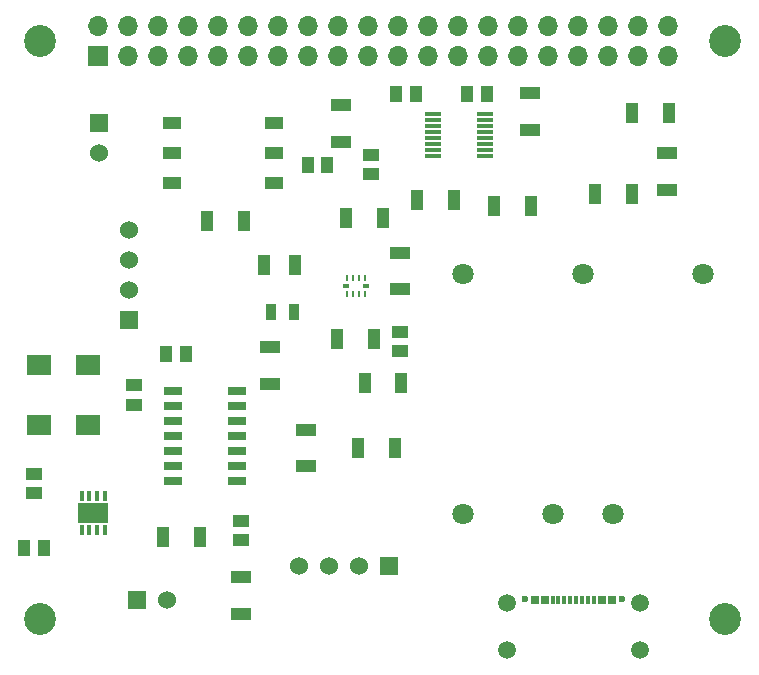
<source format=gts>
G04 #@! TF.GenerationSoftware,KiCad,Pcbnew,8.0.2*
G04 #@! TF.CreationDate,2024-09-03T17:08:03+02:00*
G04 #@! TF.ProjectId,AMS Dongle,414d5320-446f-46e6-976c-652e6b696361,rev?*
G04 #@! TF.SameCoordinates,Original*
G04 #@! TF.FileFunction,Soldermask,Top*
G04 #@! TF.FilePolarity,Negative*
%FSLAX46Y46*%
G04 Gerber Fmt 4.6, Leading zero omitted, Abs format (unit mm)*
G04 Created by KiCad (PCBNEW 8.0.2) date 2024-09-03 17:08:03*
%MOMM*%
%LPD*%
G01*
G04 APERTURE LIST*
%ADD10R,0.950000X1.450000*%
%ADD11R,1.470000X1.070000*%
%ADD12C,2.700000*%
%ADD13R,0.650000X0.800000*%
%ADD14R,0.300000X0.800000*%
%ADD15C,0.600000*%
%ADD16C,1.500000*%
%ADD17R,1.050000X1.800000*%
%ADD18R,1.800000X1.050000*%
%ADD19R,1.530000X1.530000*%
%ADD20C,1.530000*%
%ADD21R,1.070000X1.470000*%
%ADD22R,1.425000X0.300000*%
%ADD23R,2.000000X1.800000*%
%ADD24R,1.525000X0.650000*%
%ADD25C,1.800000*%
%ADD26R,0.250000X0.620000*%
%ADD27R,0.620000X0.300000*%
%ADD28R,1.550000X1.050000*%
%ADD29R,0.350000X0.850000*%
%ADD30R,2.500000X1.700000*%
%ADD31R,1.700000X1.700000*%
%ADD32O,1.700000X1.700000*%
G04 APERTURE END LIST*
D10*
X124975000Y-70500000D03*
X123025000Y-70500000D03*
D11*
X120500000Y-89820000D03*
X120500000Y-88180000D03*
X131500000Y-58820000D03*
X131500000Y-57180000D03*
D12*
X161500000Y-47500000D03*
D13*
X145370000Y-94850000D03*
X146220000Y-94850000D03*
D14*
X147400000Y-94850000D03*
X148400000Y-94850000D03*
X148900000Y-94850000D03*
X149900000Y-94850000D03*
D13*
X151080000Y-94850000D03*
X151930000Y-94850000D03*
D14*
X150400000Y-94850000D03*
X149400000Y-94850000D03*
X147900000Y-94850000D03*
X146900000Y-94850000D03*
D15*
X144530000Y-94800000D03*
X152770000Y-94800000D03*
D16*
X143000000Y-95100000D03*
X154300000Y-95100000D03*
X143000000Y-99100000D03*
X154300000Y-99100000D03*
D17*
X153600000Y-60500000D03*
X150500000Y-60500000D03*
D18*
X129000000Y-56050000D03*
X129000000Y-52950000D03*
X123000000Y-76550000D03*
X123000000Y-73450000D03*
D17*
X117650000Y-62800000D03*
X120750000Y-62800000D03*
X129450000Y-62500000D03*
X132550000Y-62500000D03*
D19*
X111730000Y-94856500D03*
D20*
X114270000Y-94856500D03*
D18*
X120500000Y-92950000D03*
X120500000Y-96050000D03*
D21*
X103820000Y-90500000D03*
X102180000Y-90500000D03*
X139680000Y-52000000D03*
X141320000Y-52000000D03*
D19*
X111000000Y-71120000D03*
D20*
X111000000Y-68580000D03*
X111000000Y-66040000D03*
X111000000Y-63500000D03*
D17*
X130450000Y-82000000D03*
X133550000Y-82000000D03*
D22*
X141212000Y-57250000D03*
X141212000Y-56750000D03*
X141212000Y-56250000D03*
X141212000Y-55750000D03*
X141212000Y-55250000D03*
X141212000Y-54750000D03*
X141212000Y-54250000D03*
X141212000Y-53750000D03*
X136788000Y-53750000D03*
X136788000Y-54250000D03*
X136788000Y-54750000D03*
X136788000Y-55250000D03*
X136788000Y-55750000D03*
X136788000Y-56250000D03*
X136788000Y-56750000D03*
X136788000Y-57250000D03*
D21*
X126180000Y-58000000D03*
X127820000Y-58000000D03*
D11*
X111500000Y-78320000D03*
X111500000Y-76680000D03*
D23*
X103400000Y-74960000D03*
X103400000Y-80040000D03*
X107600000Y-80040000D03*
X107600000Y-74960000D03*
D17*
X156750000Y-53600000D03*
X153650000Y-53600000D03*
D12*
X103500000Y-96500000D03*
D24*
X114788000Y-77190000D03*
X114788000Y-78460000D03*
X114788000Y-79730000D03*
X114788000Y-81000000D03*
X114788000Y-82270000D03*
X114788000Y-83540000D03*
X114788000Y-84810000D03*
X120212000Y-84810000D03*
X120212000Y-83540000D03*
X120212000Y-82270000D03*
X120212000Y-81000000D03*
X120212000Y-79730000D03*
X120212000Y-78460000D03*
X120212000Y-77190000D03*
D17*
X141950000Y-61500000D03*
X145050000Y-61500000D03*
D12*
X103500000Y-47500000D03*
D18*
X134000000Y-68550000D03*
X134000000Y-65450000D03*
D21*
X133680000Y-52000000D03*
X135320000Y-52000000D03*
D19*
X133040000Y-92000000D03*
D20*
X130500000Y-92000000D03*
X127960000Y-92000000D03*
X125420000Y-92000000D03*
D17*
X131750000Y-72800000D03*
X128650000Y-72800000D03*
D18*
X126000000Y-80450000D03*
X126000000Y-83550000D03*
D25*
X152000000Y-87560000D03*
X146920000Y-87560000D03*
X159620000Y-67240000D03*
X149460000Y-67240000D03*
X139300000Y-67240000D03*
X139300000Y-87560000D03*
D19*
X108500000Y-54500000D03*
D20*
X108500000Y-57040000D03*
D17*
X135450000Y-61000000D03*
X138550000Y-61000000D03*
D26*
X131000000Y-67600000D03*
X130500000Y-67600000D03*
X130000000Y-67600000D03*
X129500000Y-67600000D03*
D27*
X129385000Y-68290000D03*
D26*
X129500000Y-68980000D03*
X130000000Y-68980000D03*
X130500000Y-68980000D03*
X131000000Y-68980000D03*
D27*
X131115000Y-68290000D03*
D12*
X161500000Y-96500000D03*
D21*
X114180000Y-74000000D03*
X115820000Y-74000000D03*
D18*
X156600000Y-57050000D03*
X156600000Y-60150000D03*
D17*
X117050000Y-89500000D03*
X113950000Y-89500000D03*
X134100000Y-76500000D03*
X131000000Y-76500000D03*
D11*
X134000000Y-73820000D03*
X134000000Y-72180000D03*
D18*
X145000000Y-51950000D03*
X145000000Y-55050000D03*
D28*
X114675000Y-54460000D03*
X114675000Y-57000000D03*
X114675000Y-59540000D03*
X123325000Y-59540000D03*
X123325000Y-57000000D03*
X123325000Y-54460000D03*
D11*
X103000000Y-85820000D03*
X103000000Y-84180000D03*
D17*
X122500000Y-66500000D03*
X125050000Y-66500000D03*
D29*
X108975000Y-86050000D03*
X108325000Y-86050000D03*
X107675000Y-86050000D03*
X107025000Y-86050000D03*
X107025000Y-88950000D03*
X107675000Y-88950000D03*
X108325000Y-88950000D03*
X108975000Y-88950000D03*
D30*
X108000000Y-87500000D03*
D31*
X108370000Y-48770000D03*
D32*
X108370000Y-46230000D03*
X110910000Y-48770000D03*
X110910000Y-46230000D03*
X113450000Y-48770000D03*
X113450000Y-46230000D03*
X115990000Y-48770000D03*
X115990000Y-46230000D03*
X118530000Y-48770000D03*
X118530000Y-46230000D03*
X121070000Y-48770000D03*
X121070000Y-46230000D03*
X123610000Y-48770000D03*
X123610000Y-46230000D03*
X126150000Y-48770000D03*
X126150000Y-46230000D03*
X128690000Y-48770000D03*
X128690000Y-46230000D03*
X131230000Y-48770000D03*
X131230000Y-46230000D03*
X133770000Y-48770000D03*
X133770000Y-46230000D03*
X136310000Y-48770000D03*
X136310000Y-46230000D03*
X138850000Y-48770000D03*
X138850000Y-46230000D03*
X141390000Y-48770000D03*
X141390000Y-46230000D03*
X143930000Y-48770000D03*
X143930000Y-46230000D03*
X146470000Y-48770000D03*
X146470000Y-46230000D03*
X149010000Y-48770000D03*
X149010000Y-46230000D03*
X151550000Y-48770000D03*
X151550000Y-46230000D03*
X154090000Y-48770000D03*
X154090000Y-46230000D03*
X156630000Y-48770000D03*
X156630000Y-46230000D03*
M02*

</source>
